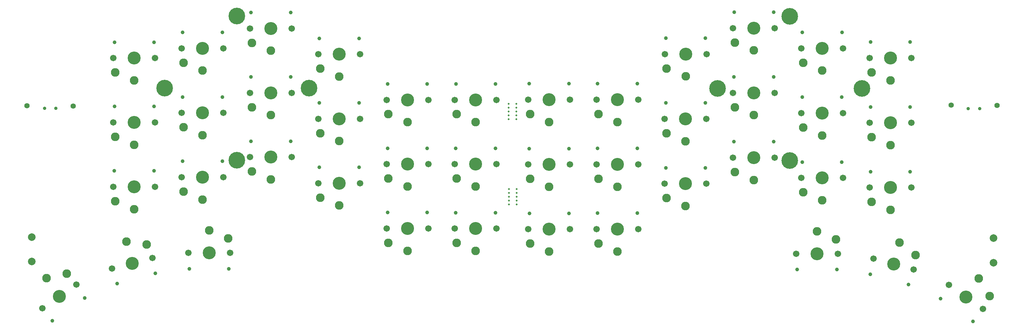
<source format=gbr>
%TF.GenerationSoftware,KiCad,Pcbnew,(6.0.2-0)*%
%TF.CreationDate,2022-05-29T20:11:08-07:00*%
%TF.ProjectId,sweepv2,73776565-7076-4322-9e6b-696361645f70,rev?*%
%TF.SameCoordinates,Original*%
%TF.FileFunction,Soldermask,Top*%
%TF.FilePolarity,Negative*%
%FSLAX46Y46*%
G04 Gerber Fmt 4.6, Leading zero omitted, Abs format (unit mm)*
G04 Created by KiCad (PCBNEW (6.0.2-0)) date 2022-05-29 20:11:08*
%MOMM*%
%LPD*%
G01*
G04 APERTURE LIST*
%ADD10C,0.990600*%
%ADD11C,3.429000*%
%ADD12C,1.701800*%
%ADD13C,2.282000*%
%ADD14C,4.400000*%
%ADD15C,0.900000*%
%ADD16C,2.000000*%
%ADD17C,1.397000*%
%ADD18C,0.500000*%
G04 APERTURE END LIST*
D10*
%TO.C,SW5_r1*%
X79158800Y-22901800D03*
D11*
X84378800Y-27101800D03*
D12*
X78878800Y-27101800D03*
D10*
X89598800Y-22901800D03*
D12*
X89878800Y-27101800D03*
D13*
X84378800Y-33001800D03*
X79378800Y-30901800D03*
%TD*%
D10*
%TO.C,SW6_r1*%
X61124800Y-28159600D03*
D11*
X66344800Y-32359600D03*
D12*
X60844800Y-32359600D03*
D10*
X71564800Y-28159600D03*
D12*
X71844800Y-32359600D03*
D13*
X66344800Y-38259600D03*
X61344800Y-36159600D03*
%TD*%
D14*
%TO.C,REF\u002A\u002A*%
X240352000Y-42936000D03*
X202252000Y-42936000D03*
X221302000Y-23886000D03*
X221302000Y-61986000D03*
%TD*%
D10*
%TO.C,SW6*%
X224599200Y-28159600D03*
D11*
X229819200Y-32359600D03*
D12*
X224319200Y-32359600D03*
D10*
X235039200Y-28159600D03*
D12*
X235319200Y-32359600D03*
D13*
X229819200Y-38259600D03*
X224819200Y-36159600D03*
%TD*%
D10*
%TO.C,SW22_r1*%
X35269531Y-98358300D03*
D11*
X28584536Y-97911930D03*
D12*
X33089872Y-94757260D03*
D10*
X26717583Y-104346438D03*
D12*
X24079200Y-101066600D03*
D13*
X25200435Y-93078933D03*
X30500706Y-91931270D03*
%TD*%
D10*
%TO.C,SW21_r1*%
X53906573Y-91859853D03*
D11*
X47777400Y-89154000D03*
D12*
X53089992Y-87730495D03*
D10*
X43822307Y-94561924D03*
D12*
X42464808Y-90577505D03*
D13*
X46250368Y-83455038D03*
X51623517Y-84189387D03*
%TD*%
D10*
%TO.C,SW20_r1*%
X73292000Y-90610800D03*
D11*
X68072000Y-86410800D03*
D12*
X73572000Y-86410800D03*
D10*
X62852000Y-90610800D03*
D12*
X62572000Y-86410800D03*
D13*
X68072000Y-80510800D03*
X73072000Y-82610800D03*
%TD*%
D10*
%TO.C,SW19_r1*%
X43090800Y-64761000D03*
D11*
X48310800Y-68961000D03*
D12*
X42810800Y-68961000D03*
D10*
X53530800Y-64761000D03*
D12*
X53810800Y-68961000D03*
D13*
X48310800Y-74861000D03*
X43310800Y-72761000D03*
%TD*%
D10*
%TO.C,SW22*%
X269633753Y-104478508D03*
D11*
X267766800Y-98044000D03*
D12*
X272272136Y-101198670D03*
D10*
X261081805Y-98490370D03*
D12*
X263261464Y-94889330D03*
D13*
X271150901Y-93211003D03*
X274042151Y-97799104D03*
%TD*%
D10*
%TO.C,SW19*%
X242607800Y-64964200D03*
D11*
X247827800Y-69164200D03*
D12*
X242327800Y-69164200D03*
D10*
X253047800Y-64964200D03*
D12*
X253327800Y-69164200D03*
D13*
X247827800Y-75064200D03*
X242827800Y-72964200D03*
%TD*%
D10*
%TO.C,SW13*%
X242607800Y-47844600D03*
D11*
X247827800Y-52044600D03*
D12*
X242327800Y-52044600D03*
D10*
X253047800Y-47844600D03*
D12*
X253327800Y-52044600D03*
D13*
X247827800Y-57944600D03*
X242827800Y-55844600D03*
%TD*%
D10*
%TO.C,SW7*%
X242607800Y-30725000D03*
D11*
X247827800Y-34925000D03*
D12*
X242327800Y-34925000D03*
D10*
X253047800Y-30725000D03*
D12*
X253327800Y-34925000D03*
D13*
X247827800Y-40825000D03*
X242827800Y-38725000D03*
%TD*%
%TO.C,SW21*%
X254479142Y-86980777D03*
X250193032Y-83658238D03*
D12*
X243353408Y-87933695D03*
D10*
X242536827Y-92063053D03*
D12*
X253978592Y-90780705D03*
D11*
X248666000Y-89357200D03*
D10*
X252621093Y-94765124D03*
%TD*%
%TO.C,SW20*%
X233693000Y-90839400D03*
D11*
X228473000Y-86639400D03*
D12*
X233973000Y-86639400D03*
D10*
X223253000Y-90839400D03*
D12*
X222973000Y-86639400D03*
D13*
X228473000Y-80739400D03*
X233473000Y-82839400D03*
%TD*%
D10*
%TO.C,SW18_r1*%
X61124800Y-62221000D03*
D11*
X66344800Y-66421000D03*
D12*
X60844800Y-66421000D03*
D10*
X71564800Y-62221000D03*
D12*
X71844800Y-66421000D03*
D13*
X66344800Y-72321000D03*
X61344800Y-70221000D03*
%TD*%
D10*
%TO.C,SW18*%
X224573800Y-62398800D03*
D11*
X229793800Y-66598800D03*
D12*
X224293800Y-66598800D03*
D10*
X235013800Y-62398800D03*
D12*
X235293800Y-66598800D03*
D13*
X229793800Y-72498800D03*
X224793800Y-70398800D03*
%TD*%
D10*
%TO.C,SW17_r1*%
X79158800Y-56912400D03*
D11*
X84378800Y-61112400D03*
D12*
X78878800Y-61112400D03*
D10*
X89598800Y-56912400D03*
D12*
X89878800Y-61112400D03*
D13*
X84378800Y-67012400D03*
X79378800Y-64912400D03*
%TD*%
D10*
%TO.C,SW17*%
X206565200Y-57039400D03*
D11*
X211785200Y-61239400D03*
D12*
X206285200Y-61239400D03*
D10*
X217005200Y-57039400D03*
D12*
X217285200Y-61239400D03*
D13*
X211785200Y-67139400D03*
X206785200Y-65039400D03*
%TD*%
D10*
%TO.C,SW16_r1*%
X97192800Y-63795800D03*
D11*
X102412800Y-67995800D03*
D12*
X96912800Y-67995800D03*
D10*
X107632800Y-63795800D03*
D12*
X107912800Y-67995800D03*
D13*
X102412800Y-73895800D03*
X97412800Y-71795800D03*
%TD*%
D10*
%TO.C,SW16*%
X188556600Y-63922800D03*
D11*
X193776600Y-68122800D03*
D12*
X188276600Y-68122800D03*
D10*
X198996600Y-63922800D03*
D12*
X199276600Y-68122800D03*
D13*
X193776600Y-74022800D03*
X188776600Y-71922800D03*
%TD*%
D10*
%TO.C,SW15_r1*%
X115176000Y-75759200D03*
D11*
X120396000Y-79959200D03*
D12*
X114896000Y-79959200D03*
D10*
X125616000Y-75759200D03*
D12*
X125896000Y-79959200D03*
D13*
X120396000Y-85859200D03*
X115396000Y-83759200D03*
%TD*%
D10*
%TO.C,SW15*%
X170598800Y-75937000D03*
D11*
X175818800Y-80137000D03*
D12*
X170318800Y-80137000D03*
D10*
X181038800Y-75937000D03*
D12*
X181318800Y-80137000D03*
D13*
X175818800Y-86037000D03*
X170818800Y-83937000D03*
%TD*%
D10*
%TO.C,SW14_r1*%
X133159200Y-75784600D03*
D11*
X138379200Y-79984600D03*
D12*
X132879200Y-79984600D03*
D10*
X143599200Y-75784600D03*
D12*
X143879200Y-79984600D03*
D13*
X138379200Y-85884600D03*
X133379200Y-83784600D03*
%TD*%
D10*
%TO.C,SW14*%
X152590200Y-75962400D03*
D11*
X157810200Y-80162400D03*
D12*
X152310200Y-80162400D03*
D10*
X163030200Y-75962400D03*
D12*
X163310200Y-80162400D03*
D13*
X157810200Y-86062400D03*
X152810200Y-83962400D03*
%TD*%
D10*
%TO.C,SW13_r1*%
X43116200Y-47743000D03*
D11*
X48336200Y-51943000D03*
D12*
X42836200Y-51943000D03*
D10*
X53556200Y-47743000D03*
D12*
X53836200Y-51943000D03*
D13*
X48336200Y-57843000D03*
X43336200Y-55743000D03*
%TD*%
D10*
%TO.C,SW12_r1*%
X61124800Y-45228400D03*
D11*
X66344800Y-49428400D03*
D12*
X60844800Y-49428400D03*
D10*
X71564800Y-45228400D03*
D12*
X71844800Y-49428400D03*
D13*
X66344800Y-55328400D03*
X61344800Y-53228400D03*
%TD*%
D10*
%TO.C,SW12*%
X224573800Y-45279200D03*
D11*
X229793800Y-49479200D03*
D12*
X224293800Y-49479200D03*
D10*
X235013800Y-45279200D03*
D12*
X235293800Y-49479200D03*
D13*
X229793800Y-55379200D03*
X224793800Y-53279200D03*
%TD*%
D10*
%TO.C,SW11_r1*%
X79133400Y-39919800D03*
D11*
X84353400Y-44119800D03*
D12*
X78853400Y-44119800D03*
D10*
X89573400Y-39919800D03*
D12*
X89853400Y-44119800D03*
D13*
X84353400Y-50019800D03*
X79353400Y-47919800D03*
%TD*%
%TO.C,SW11*%
X206785200Y-47919800D03*
X211785200Y-50019800D03*
D12*
X217285200Y-44119800D03*
D10*
X217005200Y-39919800D03*
D12*
X206285200Y-44119800D03*
D11*
X211785200Y-44119800D03*
D10*
X206565200Y-39919800D03*
%TD*%
%TO.C,SW10_r1*%
X97167400Y-46777800D03*
D11*
X102387400Y-50977800D03*
D12*
X96887400Y-50977800D03*
D10*
X107607400Y-46777800D03*
D12*
X107887400Y-50977800D03*
D13*
X102387400Y-56877800D03*
X97387400Y-54777800D03*
%TD*%
%TO.C,SW10*%
X188776600Y-54803200D03*
X193776600Y-56903200D03*
D12*
X199276600Y-51003200D03*
D10*
X198996600Y-46803200D03*
D12*
X188276600Y-51003200D03*
D11*
X193776600Y-51003200D03*
D10*
X188556600Y-46803200D03*
%TD*%
%TO.C,SW9_r1*%
X115176000Y-58766600D03*
D11*
X120396000Y-62966600D03*
D12*
X114896000Y-62966600D03*
D10*
X125616000Y-58766600D03*
D12*
X125896000Y-62966600D03*
D13*
X120396000Y-68866600D03*
X115396000Y-66766600D03*
%TD*%
D10*
%TO.C,SW9*%
X170573400Y-58817400D03*
D11*
X175793400Y-63017400D03*
D12*
X170293400Y-63017400D03*
D10*
X181013400Y-58817400D03*
D12*
X181293400Y-63017400D03*
D13*
X175793400Y-68917400D03*
X170793400Y-66817400D03*
%TD*%
D10*
%TO.C,SW8_r1*%
X133159200Y-58766600D03*
D11*
X138379200Y-62966600D03*
D12*
X132879200Y-62966600D03*
D10*
X143599200Y-58766600D03*
D12*
X143879200Y-62966600D03*
D13*
X138379200Y-68866600D03*
X133379200Y-66766600D03*
%TD*%
D10*
%TO.C,SW8*%
X152564800Y-58842800D03*
D11*
X157784800Y-63042800D03*
D12*
X152284800Y-63042800D03*
D10*
X163004800Y-58842800D03*
D12*
X163284800Y-63042800D03*
D13*
X157784800Y-68942800D03*
X152784800Y-66842800D03*
%TD*%
D10*
%TO.C,SW7_r1*%
X43116200Y-30750400D03*
D11*
X48336200Y-34950400D03*
D12*
X42836200Y-34950400D03*
D10*
X53556200Y-30750400D03*
D12*
X53836200Y-34950400D03*
D13*
X48336200Y-40850400D03*
X43336200Y-38750400D03*
%TD*%
D10*
%TO.C,SW5*%
X206590600Y-22825600D03*
D11*
X211810600Y-27025600D03*
D12*
X206310600Y-27025600D03*
D10*
X217030600Y-22825600D03*
D12*
X217310600Y-27025600D03*
D13*
X211810600Y-32925600D03*
X206810600Y-30825600D03*
%TD*%
D10*
%TO.C,SW4_r1*%
X97167400Y-29734400D03*
D11*
X102387400Y-33934400D03*
D12*
X96887400Y-33934400D03*
D10*
X107607400Y-29734400D03*
D12*
X107887400Y-33934400D03*
D13*
X102387400Y-39834400D03*
X97387400Y-37734400D03*
%TD*%
%TO.C,SW4*%
X188802000Y-37683600D03*
X193802000Y-39783600D03*
D12*
X199302000Y-33883600D03*
D10*
X199022000Y-29683600D03*
D12*
X188302000Y-33883600D03*
D11*
X193802000Y-33883600D03*
D10*
X188582000Y-29683600D03*
%TD*%
%TO.C,SW3_r1*%
X115176000Y-41774000D03*
D11*
X120396000Y-45974000D03*
D12*
X114896000Y-45974000D03*
D10*
X125616000Y-41774000D03*
D12*
X125896000Y-45974000D03*
D13*
X120396000Y-51874000D03*
X115396000Y-49774000D03*
%TD*%
D10*
%TO.C,SW3*%
X170573400Y-41723200D03*
D11*
X175793400Y-45923200D03*
D12*
X170293400Y-45923200D03*
D10*
X181013400Y-41723200D03*
D12*
X181293400Y-45923200D03*
D13*
X175793400Y-51823200D03*
X170793400Y-49723200D03*
%TD*%
D10*
%TO.C,SW2_r1*%
X133184600Y-41774000D03*
D11*
X138404600Y-45974000D03*
D12*
X132904600Y-45974000D03*
D10*
X143624600Y-41774000D03*
D12*
X143904600Y-45974000D03*
D13*
X138404600Y-51874000D03*
X133404600Y-49774000D03*
%TD*%
D10*
%TO.C,SW2*%
X152564800Y-41723200D03*
D11*
X157784800Y-45923200D03*
D12*
X152284800Y-45923200D03*
D10*
X163004800Y-41723200D03*
D12*
X163284800Y-45923200D03*
D13*
X157784800Y-51823200D03*
X152784800Y-49723200D03*
%TD*%
D15*
%TO.C,SW_POWERR1*%
X27662000Y-48201800D03*
X24662000Y-48201800D03*
%TD*%
%TO.C,SW_POWER1*%
X271375000Y-48328800D03*
X268375000Y-48328800D03*
%TD*%
D16*
%TO.C,RSW2*%
X21285200Y-88721000D03*
X21285200Y-82221000D03*
%TD*%
%TO.C,RSW1*%
X275031200Y-82500400D03*
X275031200Y-89000400D03*
%TD*%
D17*
%TO.C,BatGND4*%
X32207200Y-47625000D03*
%TD*%
%TO.C,BatGND1*%
X275996400Y-47447200D03*
%TD*%
%TO.C,Bat+r1*%
X20040600Y-47574200D03*
%TD*%
%TO.C,Bat+1*%
X263855200Y-47396400D03*
%TD*%
D18*
%TO.C,mouse-bite-2mm-slot*%
X147142200Y-51079400D03*
X147142200Y-48031400D03*
X147142200Y-49047400D03*
X149174200Y-48031400D03*
X149174200Y-49047400D03*
X147142200Y-50063400D03*
X149174200Y-50063400D03*
X149174200Y-51079400D03*
X149174200Y-47015400D03*
X147142200Y-47015400D03*
%TD*%
%TO.C,mouse-bite-2mm-slot*%
X149199600Y-73583800D03*
X149199600Y-70535800D03*
X147167600Y-70535800D03*
X147167600Y-73583800D03*
X147167600Y-71551800D03*
X149199600Y-71551800D03*
X149199600Y-72567800D03*
X147167600Y-69519800D03*
X147167600Y-72567800D03*
X149199600Y-69519800D03*
%TD*%
D14*
%TO.C,REF\u002A\u002A*%
X94407400Y-42878400D03*
X56307400Y-42878400D03*
X75357400Y-61928400D03*
X75357400Y-23828400D03*
%TD*%
M02*

</source>
